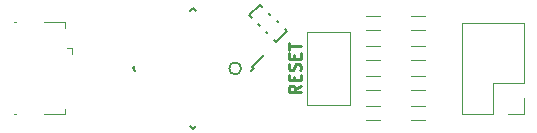
<source format=gbr>
G04 #@! TF.FileFunction,Legend,Top*
%FSLAX46Y46*%
G04 Gerber Fmt 4.6, Leading zero omitted, Abs format (unit mm)*
G04 Created by KiCad (PCBNEW 4.0.7) date 05/30/18 02:56:49*
%MOMM*%
%LPD*%
G01*
G04 APERTURE LIST*
%ADD10C,0.100000*%
%ADD11C,0.127000*%
%ADD12C,0.250000*%
%ADD13C,0.120000*%
%ADD14C,0.150000*%
%ADD15C,0.200000*%
%ADD16R,2.001600X1.601600*%
%ADD17C,1.551600*%
%ADD18R,1.451600X0.501600*%
%ADD19C,2.001600*%
%ADD20R,2.001600X1.301600*%
%ADD21R,0.701600X1.001600*%
%ADD22R,1.801600X1.801600*%
%ADD23O,1.801600X1.801600*%
%ADD24R,1.701600X2.281600*%
%ADD25C,1.828800*%
%ADD26R,1.828800X1.828800*%
%ADD27C,1.951600*%
G04 APERTURE END LIST*
D10*
D11*
X19304000Y-8890000D02*
G75*
G03X19304000Y-8890000I-508000J0D01*
G01*
D12*
X24328381Y-10342381D02*
X23852190Y-10675715D01*
X24328381Y-10913810D02*
X23328381Y-10913810D01*
X23328381Y-10532857D01*
X23376000Y-10437619D01*
X23423619Y-10390000D01*
X23518857Y-10342381D01*
X23661714Y-10342381D01*
X23756952Y-10390000D01*
X23804571Y-10437619D01*
X23852190Y-10532857D01*
X23852190Y-10913810D01*
X23804571Y-9913810D02*
X23804571Y-9580476D01*
X24328381Y-9437619D02*
X24328381Y-9913810D01*
X23328381Y-9913810D01*
X23328381Y-9437619D01*
X24280762Y-9056667D02*
X24328381Y-8913810D01*
X24328381Y-8675714D01*
X24280762Y-8580476D01*
X24233143Y-8532857D01*
X24137905Y-8485238D01*
X24042667Y-8485238D01*
X23947429Y-8532857D01*
X23899810Y-8580476D01*
X23852190Y-8675714D01*
X23804571Y-8866191D01*
X23756952Y-8961429D01*
X23709333Y-9009048D01*
X23614095Y-9056667D01*
X23518857Y-9056667D01*
X23423619Y-9009048D01*
X23376000Y-8961429D01*
X23328381Y-8866191D01*
X23328381Y-8628095D01*
X23376000Y-8485238D01*
X23804571Y-8056667D02*
X23804571Y-7723333D01*
X24328381Y-7580476D02*
X24328381Y-8056667D01*
X23328381Y-8056667D01*
X23328381Y-7580476D01*
X23328381Y-7294762D02*
X23328381Y-6723333D01*
X24328381Y-7009048D02*
X23328381Y-7009048D01*
D13*
X4428000Y-4990000D02*
X4428000Y-5440000D01*
X2578000Y-4990000D02*
X4428000Y-4990000D01*
X28000Y-12790000D02*
X278000Y-12790000D01*
X28000Y-4990000D02*
X278000Y-4990000D01*
X2578000Y-12790000D02*
X4428000Y-12790000D01*
X4428000Y-12790000D02*
X4428000Y-12340000D01*
X4978000Y-7190000D02*
X4978000Y-7640000D01*
X4978000Y-7190000D02*
X4528000Y-7190000D01*
D10*
X34890000Y-8220000D02*
X33690000Y-8220000D01*
X34890000Y-7020000D02*
X33690000Y-7020000D01*
X34890000Y-5680000D02*
X33690000Y-5680000D01*
X34890000Y-4480000D02*
X33690000Y-4480000D01*
X34890000Y-10760000D02*
X33690000Y-10760000D01*
X34890000Y-9560000D02*
X33690000Y-9560000D01*
X34890000Y-13300000D02*
X33690000Y-13300000D01*
X34890000Y-12100000D02*
X33690000Y-12100000D01*
D13*
X43240000Y-5020000D02*
X38040000Y-5020000D01*
X43240000Y-10160000D02*
X43240000Y-5020000D01*
X38040000Y-12760000D02*
X38040000Y-5020000D01*
X43240000Y-10160000D02*
X40640000Y-10160000D01*
X40640000Y-10160000D02*
X40640000Y-12760000D01*
X40640000Y-12760000D02*
X38040000Y-12760000D01*
X43240000Y-11430000D02*
X43240000Y-12760000D01*
X43240000Y-12760000D02*
X41910000Y-12760000D01*
D10*
X29880000Y-7020000D02*
X31080000Y-7020000D01*
X29880000Y-8220000D02*
X31080000Y-8220000D01*
X29880000Y-4480000D02*
X31080000Y-4480000D01*
X29880000Y-5680000D02*
X31080000Y-5680000D01*
X31080000Y-10760000D02*
X29880000Y-10760000D01*
X31080000Y-9560000D02*
X29880000Y-9560000D01*
X31080000Y-13300000D02*
X29880000Y-13300000D01*
X31080000Y-12100000D02*
X29880000Y-12100000D01*
D13*
X24860000Y-11950000D02*
X24860000Y-5830000D01*
X24860000Y-5830000D02*
X28480000Y-5830000D01*
X28480000Y-5830000D02*
X28480000Y-11950000D01*
X28480000Y-11950000D02*
X24860000Y-11950000D01*
D14*
X20366524Y-8890000D02*
X20207425Y-8730901D01*
X15240000Y-14016524D02*
X15010190Y-13786714D01*
X10113476Y-8890000D02*
X10343286Y-9119810D01*
X15240000Y-3763476D02*
X15469810Y-3993286D01*
X20366524Y-8890000D02*
X20136714Y-9119810D01*
X15240000Y-3763476D02*
X15010190Y-3993286D01*
X10113476Y-8890000D02*
X10343286Y-8660190D01*
X15240000Y-14016524D02*
X15469810Y-13786714D01*
X20207425Y-8730901D02*
X21215052Y-7723274D01*
D15*
X22261751Y-6670990D02*
X19999010Y-4408249D01*
X20918249Y-3489010D02*
X23180990Y-5751751D01*
X23180990Y-5751751D02*
X22261751Y-6670990D01*
X20918249Y-3489010D02*
X19999010Y-4408249D01*
%LPC*%
D16*
X1428000Y-9890000D03*
D17*
X4128000Y-6390000D03*
D18*
X4128000Y-8240000D03*
X4128000Y-7590000D03*
X4128000Y-10190000D03*
X4128000Y-9540000D03*
X4128000Y-8890000D03*
D17*
X4128000Y-11390000D03*
D16*
X1428000Y-7890000D03*
D19*
X1428000Y-5390000D03*
X1428000Y-12390000D03*
D20*
X1428000Y-11790000D03*
X1428000Y-5990000D03*
D21*
X33540000Y-7620000D03*
X35040000Y-7620000D03*
X33540000Y-5080000D03*
X35040000Y-5080000D03*
X33540000Y-10160000D03*
X35040000Y-10160000D03*
X33540000Y-12700000D03*
X35040000Y-12700000D03*
D22*
X41910000Y-11430000D03*
D23*
X39370000Y-11430000D03*
X41910000Y-8890000D03*
X39370000Y-8890000D03*
X41910000Y-6350000D03*
X39370000Y-6350000D03*
D21*
X31230000Y-7620000D03*
X29730000Y-7620000D03*
X31230000Y-5080000D03*
X29730000Y-5080000D03*
X29730000Y-10160000D03*
X31230000Y-10160000D03*
X29730000Y-12700000D03*
X31230000Y-12700000D03*
D24*
X26670000Y-13480000D03*
X26670000Y-4300000D03*
D10*
G36*
X20596334Y-7032713D02*
X21057085Y-7493464D01*
X19853872Y-8696677D01*
X19393121Y-8235926D01*
X20596334Y-7032713D01*
X20596334Y-7032713D01*
G37*
G36*
X20030648Y-6467028D02*
X20491399Y-6927779D01*
X19288186Y-8130992D01*
X18827435Y-7670241D01*
X20030648Y-6467028D01*
X20030648Y-6467028D01*
G37*
G36*
X19464963Y-5901342D02*
X19925714Y-6362093D01*
X18722501Y-7565306D01*
X18261750Y-7104555D01*
X19464963Y-5901342D01*
X19464963Y-5901342D01*
G37*
G36*
X18899278Y-5335657D02*
X19360029Y-5796408D01*
X18156816Y-6999621D01*
X17696065Y-6538870D01*
X18899278Y-5335657D01*
X18899278Y-5335657D01*
G37*
G36*
X18333592Y-4769971D02*
X18794343Y-5230722D01*
X17591130Y-6433935D01*
X17130379Y-5973184D01*
X18333592Y-4769971D01*
X18333592Y-4769971D01*
G37*
G36*
X17767907Y-4204286D02*
X18228658Y-4665037D01*
X17025445Y-5868250D01*
X16564694Y-5407499D01*
X17767907Y-4204286D01*
X17767907Y-4204286D01*
G37*
G36*
X17202221Y-3638601D02*
X17662972Y-4099352D01*
X16459759Y-5302565D01*
X15999008Y-4841814D01*
X17202221Y-3638601D01*
X17202221Y-3638601D01*
G37*
G36*
X16636536Y-3072915D02*
X17097287Y-3533666D01*
X15894074Y-4736879D01*
X15433323Y-4276128D01*
X16636536Y-3072915D01*
X16636536Y-3072915D01*
G37*
G36*
X13382713Y-3533666D02*
X13843464Y-3072915D01*
X15046677Y-4276128D01*
X14585926Y-4736879D01*
X13382713Y-3533666D01*
X13382713Y-3533666D01*
G37*
G36*
X12817028Y-4099352D02*
X13277779Y-3638601D01*
X14480992Y-4841814D01*
X14020241Y-5302565D01*
X12817028Y-4099352D01*
X12817028Y-4099352D01*
G37*
G36*
X12251342Y-4665037D02*
X12712093Y-4204286D01*
X13915306Y-5407499D01*
X13454555Y-5868250D01*
X12251342Y-4665037D01*
X12251342Y-4665037D01*
G37*
G36*
X11685657Y-5230722D02*
X12146408Y-4769971D01*
X13349621Y-5973184D01*
X12888870Y-6433935D01*
X11685657Y-5230722D01*
X11685657Y-5230722D01*
G37*
G36*
X11119971Y-5796408D02*
X11580722Y-5335657D01*
X12783935Y-6538870D01*
X12323184Y-6999621D01*
X11119971Y-5796408D01*
X11119971Y-5796408D01*
G37*
G36*
X10554286Y-6362093D02*
X11015037Y-5901342D01*
X12218250Y-7104555D01*
X11757499Y-7565306D01*
X10554286Y-6362093D01*
X10554286Y-6362093D01*
G37*
G36*
X9988601Y-6927779D02*
X10449352Y-6467028D01*
X11652565Y-7670241D01*
X11191814Y-8130992D01*
X9988601Y-6927779D01*
X9988601Y-6927779D01*
G37*
G36*
X9422915Y-7493464D02*
X9883666Y-7032713D01*
X11086879Y-8235926D01*
X10626128Y-8696677D01*
X9422915Y-7493464D01*
X9422915Y-7493464D01*
G37*
G36*
X10626128Y-9083323D02*
X11086879Y-9544074D01*
X9883666Y-10747287D01*
X9422915Y-10286536D01*
X10626128Y-9083323D01*
X10626128Y-9083323D01*
G37*
G36*
X11191814Y-9649008D02*
X11652565Y-10109759D01*
X10449352Y-11312972D01*
X9988601Y-10852221D01*
X11191814Y-9649008D01*
X11191814Y-9649008D01*
G37*
G36*
X11757499Y-10214694D02*
X12218250Y-10675445D01*
X11015037Y-11878658D01*
X10554286Y-11417907D01*
X11757499Y-10214694D01*
X11757499Y-10214694D01*
G37*
G36*
X12323184Y-10780379D02*
X12783935Y-11241130D01*
X11580722Y-12444343D01*
X11119971Y-11983592D01*
X12323184Y-10780379D01*
X12323184Y-10780379D01*
G37*
G36*
X12888870Y-11346065D02*
X13349621Y-11806816D01*
X12146408Y-13010029D01*
X11685657Y-12549278D01*
X12888870Y-11346065D01*
X12888870Y-11346065D01*
G37*
G36*
X13454555Y-11911750D02*
X13915306Y-12372501D01*
X12712093Y-13575714D01*
X12251342Y-13114963D01*
X13454555Y-11911750D01*
X13454555Y-11911750D01*
G37*
G36*
X14020241Y-12477435D02*
X14480992Y-12938186D01*
X13277779Y-14141399D01*
X12817028Y-13680648D01*
X14020241Y-12477435D01*
X14020241Y-12477435D01*
G37*
G36*
X14585926Y-13043121D02*
X15046677Y-13503872D01*
X13843464Y-14707085D01*
X13382713Y-14246334D01*
X14585926Y-13043121D01*
X14585926Y-13043121D01*
G37*
G36*
X15433323Y-13503872D02*
X15894074Y-13043121D01*
X17097287Y-14246334D01*
X16636536Y-14707085D01*
X15433323Y-13503872D01*
X15433323Y-13503872D01*
G37*
G36*
X15999008Y-12938186D02*
X16459759Y-12477435D01*
X17662972Y-13680648D01*
X17202221Y-14141399D01*
X15999008Y-12938186D01*
X15999008Y-12938186D01*
G37*
G36*
X16564694Y-12372501D02*
X17025445Y-11911750D01*
X18228658Y-13114963D01*
X17767907Y-13575714D01*
X16564694Y-12372501D01*
X16564694Y-12372501D01*
G37*
G36*
X17130379Y-11806816D02*
X17591130Y-11346065D01*
X18794343Y-12549278D01*
X18333592Y-13010029D01*
X17130379Y-11806816D01*
X17130379Y-11806816D01*
G37*
G36*
X17696065Y-11241130D02*
X18156816Y-10780379D01*
X19360029Y-11983592D01*
X18899278Y-12444343D01*
X17696065Y-11241130D01*
X17696065Y-11241130D01*
G37*
G36*
X18261750Y-10675445D02*
X18722501Y-10214694D01*
X19925714Y-11417907D01*
X19464963Y-11878658D01*
X18261750Y-10675445D01*
X18261750Y-10675445D01*
G37*
G36*
X18827435Y-10109759D02*
X19288186Y-9649008D01*
X20491399Y-10852221D01*
X20030648Y-11312972D01*
X18827435Y-10109759D01*
X18827435Y-10109759D01*
G37*
G36*
X19393121Y-9544074D02*
X19853872Y-9083323D01*
X21057085Y-10286536D01*
X20596334Y-10747287D01*
X19393121Y-9544074D01*
X19393121Y-9544074D01*
G37*
G36*
X20103945Y-4726447D02*
X21236447Y-3593945D01*
X21732553Y-4090051D01*
X20600051Y-5222553D01*
X20103945Y-4726447D01*
X20103945Y-4726447D01*
G37*
G36*
X20775696Y-5398198D02*
X21908198Y-4265696D01*
X22404304Y-4761802D01*
X21271802Y-5894304D01*
X20775696Y-5398198D01*
X20775696Y-5398198D01*
G37*
G36*
X21447447Y-6069949D02*
X22579949Y-4937447D01*
X23076055Y-5433553D01*
X21943553Y-6566055D01*
X21447447Y-6069949D01*
X21447447Y-6069949D01*
G37*
D25*
X39370000Y-16510000D03*
X36830000Y-16510000D03*
X34290000Y-16510000D03*
X31750000Y-16510000D03*
X29210000Y-16510000D03*
X26670000Y-16510000D03*
X24130000Y-16510000D03*
X21590000Y-16510000D03*
X19050000Y-16510000D03*
X16510000Y-16510000D03*
X13970000Y-16510000D03*
X11430000Y-16510000D03*
X8890000Y-16510000D03*
X6350000Y-16510000D03*
X3810000Y-16510000D03*
X3810000Y-1270000D03*
X6350000Y-1270000D03*
X8890000Y-1270000D03*
X11430000Y-1270000D03*
X13970000Y-1270000D03*
X16510000Y-1270000D03*
X19050000Y-1270000D03*
X21590000Y-1270000D03*
X24130000Y-1270000D03*
X26670000Y-1270000D03*
X29210000Y-1270000D03*
X31750000Y-1270000D03*
X34290000Y-1270000D03*
X36830000Y-1270000D03*
D26*
X39370000Y-1270000D03*
D27*
X41910000Y-1270000D03*
X41910000Y-16510000D03*
X1270000Y-1270000D03*
X1270000Y-16510000D03*
M02*

</source>
